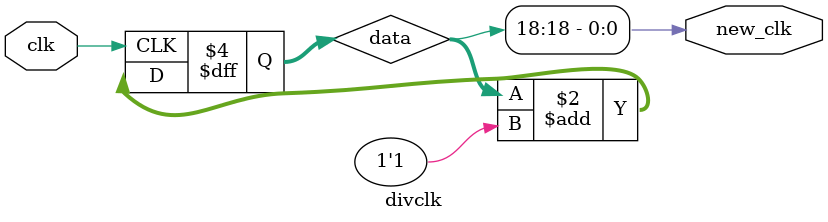
<source format=v>
`timescale 1ns / 1ps

module divclk(
    input clk,
    output new_clk
    );
    reg[18:0] data=19'b0;
    always @(posedge clk)
        data<=data+1'b1;
    // 100MHz·ÖÆµÖÁ3Hz
    assign new_clk = data[18];
endmodule

</source>
